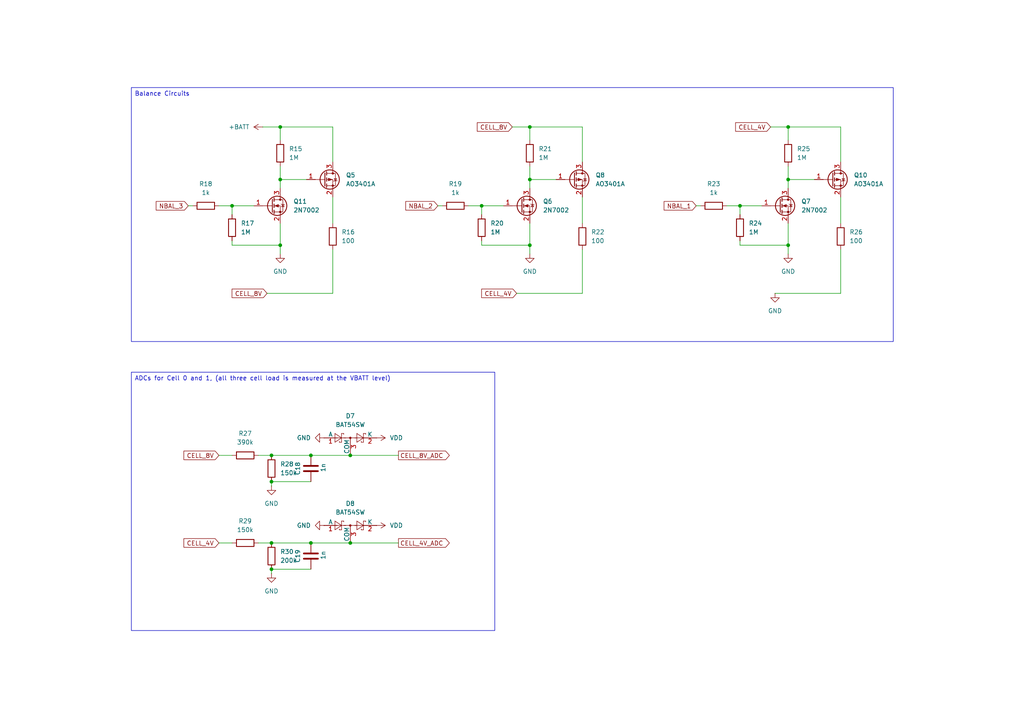
<source format=kicad_sch>
(kicad_sch (version 20231120) (generator "eeschema") (generator_version "8.0")
  (paper "A4")
  (lib_symbols
    (symbol "Device:C" (pin_numbers hide) (pin_names (offset 0.254))
      (property "Reference" "C" (at 0.635 2.54 0))
      (property "Value" "C" (at 0.635 -2.54 0))
      (symbol "C_0_1"
        (polyline (pts (xy -2.032 -0.762) (xy 2.032 -0.762)) (stroke (width 0.508)))
        (polyline (pts (xy -2.032 0.762) (xy 2.032 0.762)) (stroke (width 0.508)))
      )
      (symbol "C_1_1"
        (pin passive line (at 0 3.81 270) (length 2.794) (name "~") (number "1"))
        (pin passive line (at 0 -3.81 90) (length 2.794) (name "~") (number "2"))
      )
    )
    (symbol "Device:R" (pin_numbers hide) (pin_names (offset 0))
      (property "Reference" "R" (at 2.032 0 90))
      (property "Value" "R" (at 0 0 90))
      (symbol "R_0_1"
        (rectangle (start -1.016 -2.54) (end 1.016 2.54) (stroke (width 0.254)))
      )
      (symbol "R_1_1"
        (pin passive line (at 0 3.81 270) (length 1.27) (name "~") (number "1"))
        (pin passive line (at 0 -3.81 90) (length 1.27) (name "~") (number "2"))
      )
    )
    (symbol "Diode:BAT54SW" (pin_names (offset 0))
      (property "Reference" "D" (at 0.635 -3.81 0))
      (property "Value" "BAT54SW" (at -6.35 3.175 0))
      (symbol "BAT54SW_0_1"
        (polyline (pts (xy -3.81 0) (xy -1.27 0)))
        (polyline (pts (xy -3.175 -1.27) (xy -3.175 -1.016)))
        (polyline (pts (xy -2.54 -1.27) (xy -3.175 -1.27)))
        (polyline (pts (xy -2.54 -1.27) (xy -2.54 1.27)))
        (polyline (pts (xy -2.54 1.27) (xy -1.905 1.27)))
        (polyline (pts (xy -1.905 0) (xy 1.905 0)))
        (polyline (pts (xy -1.905 1.27) (xy -1.905 1.016)))
        (polyline (pts (xy 1.27 0) (xy 3.81 0)))
        (polyline (pts (xy 3.175 -1.27) (xy 3.175 -1.016)))
        (polyline (pts (xy 3.81 -1.27) (xy 3.175 -1.27)))
        (polyline (pts (xy 3.81 -1.27) (xy 3.81 1.27)))
        (polyline (pts (xy 3.81 1.27) (xy 4.445 1.27)))
        (polyline (pts (xy 4.445 1.27) (xy 4.445 1.016)))
        (polyline (pts (xy -4.445 1.27) (xy -4.445 -1.27) (xy -2.54 0) (xy -4.445 1.27)))
        (polyline (pts (xy 1.905 1.27) (xy 1.905 -1.27) (xy 3.81 0) (xy 1.905 1.27)))
        (circle (center 0 0) (radius 0.254) (fill (type outline)))
      )
      (symbol "BAT54SW_1_1"
        (pin passive line (at -7.62 0 0) (length 3.81) (name "A") (number "1"))
        (pin passive line (at 7.62 0 180) (length 3.81) (name "K") (number "2"))
        (pin passive line (at 0 -5.08 90) (length 5.08) (name "COM") (number "3"))
      )
    )
    (symbol "Transistor_FET:2N7002" (pin_names hide)
      (property "Reference" "Q" (at 5.08 1.905 0))
      (property "Value" "2N7002" (at 5.08 0 0))
      (symbol "2N7002_0_1"
        (polyline (pts (xy 0.254 0) (xy -2.54 0)))
        (polyline (pts (xy 0.254 1.905) (xy 0.254 -1.905)) (stroke (width 0.254)))
        (polyline (pts (xy 0.762 -1.27) (xy 0.762 -2.286)) (stroke (width 0.254)))
        (polyline (pts (xy 0.762 0.508) (xy 0.762 -0.508)) (stroke (width 0.254)))
        (polyline (pts (xy 0.762 2.286) (xy 0.762 1.27)) (stroke (width 0.254)))
        (polyline (pts (xy 2.54 2.54) (xy 2.54 1.778)))
        (polyline (pts (xy 2.54 -2.54) (xy 2.54 0) (xy 0.762 0)))
        (polyline (pts (xy 0.762 -1.778) (xy 3.302 -1.778) (xy 3.302 1.778) (xy 0.762 1.778)))
        (polyline (pts (xy 1.016 0) (xy 2.032 0.381) (xy 2.032 -0.381) (xy 1.016 0)) (fill (type outline)))
        (polyline (pts (xy 2.794 0.508) (xy 2.921 0.381) (xy 3.683 0.381) (xy 3.81 0.254)))
        (polyline (pts (xy 3.302 0.381) (xy 2.921 -0.254) (xy 3.683 -0.254) (xy 3.302 0.381)))
        (circle (center 1.651 0) (radius 2.794) (stroke (width 0.254)))
        (circle (center 2.54 -1.778) (radius 0.254) (fill (type outline)))
        (circle (center 2.54 1.778) (radius 0.254) (fill (type outline)))
      )
      (symbol "2N7002_1_1"
        (pin input line (at -5.08 0 0) (length 2.54) (name "G") (number "1"))
        (pin passive line (at 2.54 -5.08 90) (length 2.54) (name "S") (number "2"))
        (pin passive line (at 2.54 5.08 270) (length 2.54) (name "D") (number "3"))
      )
    )
    (symbol "Transistor_FET:AO3401A" (pin_names hide)
      (property "Reference" "Q" (at 5.08 1.905 0))
      (property "Value" "AO3401A" (at 5.08 0 0))
      (symbol "AO3401A_0_1"
        (polyline (pts (xy 0.254 0) (xy -2.54 0)))
        (polyline (pts (xy 0.254 1.905) (xy 0.254 -1.905)) (stroke (width 0.254)))
        (polyline (pts (xy 0.762 -1.27) (xy 0.762 -2.286)) (stroke (width 0.254)))
        (polyline (pts (xy 0.762 0.508) (xy 0.762 -0.508)) (stroke (width 0.254)))
        (polyline (pts (xy 0.762 2.286) (xy 0.762 1.27)) (stroke (width 0.254)))
        (polyline (pts (xy 2.54 2.54) (xy 2.54 1.778)))
        (polyline (pts (xy 2.54 -2.54) (xy 2.54 0) (xy 0.762 0)))
        (polyline (pts (xy 0.762 1.778) (xy 3.302 1.778) (xy 3.302 -1.778) (xy 0.762 -1.778)))
        (polyline (pts (xy 2.286 0) (xy 1.27 0.381) (xy 1.27 -0.381) (xy 2.286 0)) (fill (type outline)))
        (polyline (pts (xy 2.794 -0.508) (xy 2.921 -0.381) (xy 3.683 -0.381) (xy 3.81 -0.254)))
        (polyline (pts (xy 3.302 -0.381) (xy 2.921 0.254) (xy 3.683 0.254) (xy 3.302 -0.381)))
        (circle (center 1.651 0) (radius 2.794) (stroke (width 0.254)))
        (circle (center 2.54 -1.778) (radius 0.254) (fill (type outline)))
        (circle (center 2.54 1.778) (radius 0.254) (fill (type outline)))
      )
      (symbol "AO3401A_1_1"
        (pin input line (at -5.08 0 0) (length 2.54) (name "G") (number "1"))
        (pin passive line (at 2.54 -5.08 90) (length 2.54) (name "S") (number "2"))
        (pin passive line (at 2.54 5.08 270) (length 2.54) (name "D") (number "3"))
      )
    )
    (symbol "power:+BATT" (power) (pin_numbers hide) (pin_names (offset 0) hide)
      (property "Value" "+BATT" (at 0 3.556 0))
      (symbol "+BATT_0_1"
        (polyline (pts (xy -0.762 1.27) (xy 0 2.54)))
        (polyline (pts (xy 0 0) (xy 0 2.54)))
        (polyline (pts (xy 0 2.54) (xy 0.762 1.27)))
      )
      (symbol "+BATT_1_1"
        (pin power_in line (at 0 0 90) (length 0) (name "~") (number "1"))
      )
    )
    (symbol "power:GND" (power) (pin_numbers hide) (pin_names (offset 0) hide)
      (property "Value" "GND" (at 0 -3.81 0))
      (symbol "GND_0_1"
        (polyline (pts (xy 0 0) (xy 0 -1.27) (xy 1.27 -1.27) (xy 0 -2.54) (xy -1.27 -1.27) (xy 0 -1.27)))
      )
      (symbol "GND_1_1"
        (pin power_in line (at 0 0 270) (length 0) (name "~") (number "1"))
      )
    )
    (symbol "power:VDD" (power) (pin_numbers hide) (pin_names (offset 0) hide)
      (property "Value" "VDD" (at 0 3.556 0))
      (symbol "VDD_0_1"
        (polyline (pts (xy -0.762 1.27) (xy 0 2.54)))
        (polyline (pts (xy 0 0) (xy 0 2.54)))
        (polyline (pts (xy 0 2.54) (xy 0.762 1.27)))
      )
      (symbol "VDD_1_1"
        (pin power_in line (at 0 0 90) (length 0) (name "~") (number "1"))
      )
    )
  )
  (junction (at 228.6 71.12))
  (junction (at 90.17 132.08))
  (junction (at 78.74 132.08))
  (junction (at 101.6 132.08))
  (junction (at 153.67 52.07))
  (junction (at 78.74 165.1))
  (junction (at 153.67 71.12))
  (junction (at 101.6 157.48))
  (junction (at 81.28 52.07))
  (junction (at 81.28 71.12))
  (junction (at 153.67 36.83))
  (junction (at 139.7 59.69))
  (junction (at 67.31 59.69))
  (junction (at 228.6 52.07))
  (junction (at 228.6 36.83))
  (junction (at 78.74 139.7))
  (junction (at 78.74 157.48))
  (junction (at 81.28 36.83))
  (junction (at 90.17 157.48))
  (junction (at 214.63 59.69))
  (wire (pts (xy 77.47 85.09) (xy 96.52 85.09)))
  (wire (pts (xy 96.52 64.77) (xy 96.52 57.15)))
  (wire (pts (xy 67.31 62.23) (xy 67.31 59.69)))
  (wire (pts (xy 243.84 64.77) (xy 243.84 57.15)))
  (wire (pts (xy 78.74 165.1) (xy 90.17 165.1)))
  (wire (pts (xy 214.63 62.23) (xy 214.63 59.69)))
  (wire (pts (xy 228.6 52.07) (xy 236.22 52.07)))
  (wire (pts (xy 153.67 52.07) (xy 153.67 54.61)))
  (wire (pts (xy 81.28 52.07) (xy 81.28 54.61)))
  (wire (pts (xy 168.91 64.77) (xy 168.91 57.15)))
  (wire (pts (xy 223.52 36.83) (xy 228.6 36.83)))
  (wire (pts (xy 81.28 71.12) (xy 81.28 73.66)))
  (wire (pts (xy 67.31 157.48) (xy 63.5 157.48)))
  (wire (pts (xy 139.7 71.12) (xy 153.67 71.12)))
  (wire (pts (xy 243.84 46.99) (xy 243.84 36.83)))
  (wire (pts (xy 96.52 36.83) (xy 81.28 36.83)))
  (wire (pts (xy 153.67 36.83) (xy 153.67 40.64)))
  (wire (pts (xy 153.67 48.26) (xy 153.67 52.07)))
  (wire (pts (xy 90.17 132.08) (xy 101.6 132.08)))
  (wire (pts (xy 168.91 72.39) (xy 168.91 85.09)))
  (wire (pts (xy 168.91 46.99) (xy 168.91 36.83)))
  (wire (pts (xy 67.31 59.69) (xy 73.66 59.69)))
  (wire (pts (xy 96.52 72.39) (xy 96.52 85.09)))
  (wire (pts (xy 243.84 72.39) (xy 243.84 85.09)))
  (wire (pts (xy 153.67 52.07) (xy 161.29 52.07)))
  (wire (pts (xy 243.84 36.83) (xy 228.6 36.83)))
  (wire (pts (xy 139.7 71.12) (xy 139.7 69.85)))
  (wire (pts (xy 139.7 59.69) (xy 146.05 59.69)))
  (wire (pts (xy 96.52 46.99) (xy 96.52 36.83)))
  (wire (pts (xy 228.6 36.83) (xy 228.6 40.64)))
  (wire (pts (xy 78.74 139.7) (xy 90.17 139.7)))
  (wire (pts (xy 78.74 132.08) (xy 74.93 132.08)))
  (wire (pts (xy 153.67 64.77) (xy 153.67 71.12)))
  (wire (pts (xy 78.74 157.48) (xy 90.17 157.48)))
  (wire (pts (xy 228.6 52.07) (xy 228.6 54.61)))
  (wire (pts (xy 67.31 71.12) (xy 67.31 69.85)))
  (wire (pts (xy 128.27 59.69) (xy 127 59.69)))
  (wire (pts (xy 67.31 132.08) (xy 63.5 132.08)))
  (wire (pts (xy 81.28 36.83) (xy 81.28 40.64)))
  (wire (pts (xy 203.2 59.69) (xy 201.93 59.69)))
  (wire (pts (xy 139.7 62.23) (xy 139.7 59.69)))
  (wire (pts (xy 81.28 52.07) (xy 88.9 52.07)))
  (wire (pts (xy 214.63 71.12) (xy 228.6 71.12)))
  (wire (pts (xy 210.82 59.69) (xy 214.63 59.69)))
  (wire (pts (xy 90.17 157.48) (xy 101.6 157.48)))
  (wire (pts (xy 78.74 140.97) (xy 78.74 139.7)))
  (wire (pts (xy 78.74 132.08) (xy 90.17 132.08)))
  (wire (pts (xy 148.59 36.83) (xy 153.67 36.83)))
  (wire (pts (xy 228.6 48.26) (xy 228.6 52.07)))
  (wire (pts (xy 76.2 36.83) (xy 81.28 36.83)))
  (wire (pts (xy 55.88 59.69) (xy 54.61 59.69)))
  (wire (pts (xy 78.74 157.48) (xy 74.93 157.48)))
  (wire (pts (xy 101.6 157.48) (xy 115.57 157.48)))
  (wire (pts (xy 67.31 71.12) (xy 81.28 71.12)))
  (wire (pts (xy 81.28 64.77) (xy 81.28 71.12)))
  (wire (pts (xy 63.5 59.69) (xy 67.31 59.69)))
  (wire (pts (xy 214.63 71.12) (xy 214.63 69.85)))
  (wire (pts (xy 78.74 166.37) (xy 78.74 165.1)))
  (wire (pts (xy 135.89 59.69) (xy 139.7 59.69)))
  (wire (pts (xy 228.6 64.77) (xy 228.6 71.12)))
  (wire (pts (xy 101.6 132.08) (xy 115.57 132.08)))
  (wire (pts (xy 149.86 85.09) (xy 168.91 85.09)))
  (wire (pts (xy 81.28 48.26) (xy 81.28 52.07)))
  (wire (pts (xy 224.79 85.09) (xy 243.84 85.09)))
  (wire (pts (xy 153.67 71.12) (xy 153.67 73.66)))
  (wire (pts (xy 168.91 36.83) (xy 153.67 36.83)))
  (wire (pts (xy 228.6 71.12) (xy 228.6 73.66)))
  (wire (pts (xy 214.63 59.69) (xy 220.98 59.69)))
  (text_box "ADCs for Cell 0 and 1, (all three cell load is measured at the VBATT level)\n" (at 38.1 107.95 0) (size 105.41 74.93) (effects (font (size 1.27 1.27)) (justify left top)))
  (text_box "Balance Circuits" (at 38.1 25.4 0) (size 220.98 73.66) (effects (font (size 1.27 1.27)) (justify left top)))
  (global_label "CELL_4V" (shape input) (at 149.86 85.09 180) (property "Intersheetrefs" "${INTERSHEET_REFS}" (effects (hide yes))))
  (global_label "NBAL_3" (shape input) (at 54.61 59.69 180) (property "Intersheetrefs" "${INTERSHEET_REFS}" (effects (hide yes))))
  (global_label "NBAL_1" (shape input) (at 201.93 59.69 180) (property "Intersheetrefs" "${INTERSHEET_REFS}" (effects (hide yes))))
  (global_label "CELL_4V" (shape input) (at 223.52 36.83 180) (property "Intersheetrefs" "${INTERSHEET_REFS}" (effects (hide yes))))
  (global_label "CELL_4V" (shape input) (at 63.5 157.48 180) (property "Intersheetrefs" "${INTERSHEET_REFS}" (effects (hide yes))))
  (global_label "CELL_8V" (shape input) (at 77.47 85.09 180) (property "Intersheetrefs" "${INTERSHEET_REFS}" (effects (hide yes))))
  (global_label "CELL_4V_ADC" (shape output) (at 115.57 157.48 0) (property "Intersheetrefs" "${INTERSHEET_REFS}" (effects (hide yes))))
  (global_label "NBAL_2" (shape input) (at 127 59.69 180) (property "Intersheetrefs" "${INTERSHEET_REFS}" (effects (hide yes))))
  (global_label "CELL_8V" (shape input) (at 148.59 36.83 180) (property "Intersheetrefs" "${INTERSHEET_REFS}" (effects (hide yes))))
  (global_label "CELL_8V" (shape input) (at 63.5 132.08 180) (property "Intersheetrefs" "${INTERSHEET_REFS}" (effects (hide yes))))
  (global_label "CELL_8V_ADC" (shape output) (at 115.57 132.08 0) (property "Intersheetrefs" "${INTERSHEET_REFS}" (effects (hide yes))))
  (symbol (lib_id "Diode:BAT54SW") (at 101.6 127 0) (unit 1)
    (property "Reference" "D7" (at 101.6 120.65 0))
    (property "Value" "BAT54SW" (at 101.6 123.19 0))
    (property "Footprint" "Package_TO_SOT_SMD:SOT-323_SC-70" (effects (hide yes)))
    (property "Datasheet" "https://assets.nexperia.com/documents/data-sheet/BAT54W_SER.pdf" (effects (hide yes)))
    (property "Description" "Vr 30V, If 200mA, Dual schottky barrier diode, in series, SOT-323" (effects (hide yes)))
    (property "LCSC_Code" "C78606" (effects (hide yes)))
  )
  (symbol (lib_id "power:+BATT") (at 76.2 36.83 90) (unit 1)
    (property "Reference" "#PWR056" (effects (hide yes)))
    (property "Value" "+BATT" (at 72.39 36.8299 90) (effects (justify left)))
    (property "Description" "Power symbol creates a global label with name \"+BATT\"" (effects (hide yes)))
  )
  (symbol (lib_id "Device:R") (at 67.31 66.04 0) (unit 1)
    (property "Reference" "R17" (at 69.85 64.7699 0) (effects (justify left)))
    (property "Value" "1M" (at 69.85 67.3099 0) (effects (justify left)))
    (property "Footprint" "Resistor_SMD:R_0603_1608Metric" (effects (hide yes)))
    (property "Description" "Resistor" (effects (hide yes)))
    (property "LCSC_Code" "C22935" (effects (hide yes)))
  )
  (symbol (lib_id "Transistor_FET:2N7002") (at 151.13 59.69 0) (unit 1)
    (property "Reference" "Q6" (at 157.48 58.4199 0) (effects (justify left)))
    (property "Value" "2N7002" (at 157.48 60.9599 0) (effects (justify left)))
    (property "Footprint" "Package_TO_SOT_SMD:SOT-323_SC-70" (effects (hide yes)))
    (property "Datasheet" "https://www.onsemi.com/pub/Collateral/NDS7002A-D.PDF" (effects (hide yes)))
    (property "Description" "0.115A Id, 60V Vds, N-Channel MOSFET, SOT-23" (effects (hide yes)))
    (property "LCSC_Code" "C5224210" (effects (hide yes)))
  )
  (symbol (lib_id "Device:R") (at 78.74 135.89 180) (unit 1)
    (property "Reference" "R28" (at 81.28 134.6199 0) (effects (justify right)))
    (property "Value" "150k" (at 81.28 137.1599 0) (effects (justify right)))
    (property "Footprint" "Resistor_SMD:R_0603_1608Metric" (effects (hide yes)))
    (property "Description" "Resistor" (effects (hide yes)))
    (property "LCSC_Code" "C22807" (effects (hide yes)))
  )
  (symbol (lib_id "Device:R") (at 214.63 66.04 0) (unit 1)
    (property "Reference" "R24" (at 217.17 64.7699 0) (effects (justify left)))
    (property "Value" "1M" (at 217.17 67.3099 0) (effects (justify left)))
    (property "Footprint" "Resistor_SMD:R_0603_1608Metric" (effects (hide yes)))
    (property "Description" "Resistor" (effects (hide yes)))
    (property "LCSC_Code" "C22935" (effects (hide yes)))
  )
  (symbol (lib_id "Device:R") (at 207.01 59.69 90) (unit 1)
    (property "Reference" "R23" (at 207.01 53.34 90))
    (property "Value" "1k" (at 207.01 55.88 90))
    (property "Footprint" "Resistor_SMD:R_0603_1608Metric" (effects (hide yes)))
    (property "Description" "Resistor" (effects (hide yes)))
    (property "LCSC_Code" "C21190" (effects (hide yes)))
  )
  (symbol (lib_id "power:VDD") (at 109.22 127 270) (unit 1)
    (property "Reference" "#PWR053" (effects (hide yes)))
    (property "Value" "VDD" (at 113.03 126.9999 90) (effects (justify left)))
    (property "Description" "Power symbol creates a global label with name \"VDD\"" (effects (hide yes)))
  )
  (symbol (lib_id "Device:C") (at 90.17 161.29 0) (unit 1)
    (property "Reference" "C19" (at 86.36 161.29 90))
    (property "Value" "1n" (at 93.726 161.036 90))
    (property "Footprint" "Capacitor_SMD:C_0603_1608Metric" (effects (hide yes)))
    (property "Description" "Unpolarized capacitor" (effects (hide yes)))
    (property "LCSC_Code" "C1588" (effects (hide yes)))
  )
  (symbol (lib_id "Device:R") (at 71.12 132.08 90) (unit 1)
    (property "Reference" "R27" (at 71.12 125.73 90))
    (property "Value" "390k" (at 71.12 128.27 90))
    (property "Footprint" "Resistor_SMD:R_0603_1608Metric" (effects (hide yes)))
    (property "Description" "Resistor" (effects (hide yes)))
    (property "LCSC_Code" "C23150" (effects (hide yes)))
  )
  (symbol (lib_id "Transistor_FET:2N7002") (at 78.74 59.69 0) (unit 1)
    (property "Reference" "Q11" (at 85.09 58.4199 0) (effects (justify left)))
    (property "Value" "2N7002" (at 85.09 60.9599 0) (effects (justify left)))
    (property "Footprint" "Package_TO_SOT_SMD:SOT-323_SC-70" (effects (hide yes)))
    (property "Datasheet" "https://www.onsemi.com/pub/Collateral/NDS7002A-D.PDF" (effects (hide yes)))
    (property "Description" "0.115A Id, 60V Vds, N-Channel MOSFET, SOT-23" (effects (hide yes)))
    (property "LCSC_Code" "C5224210" (effects (hide yes)))
  )
  (symbol (lib_id "Device:R") (at 78.74 161.29 180) (unit 1)
    (property "Reference" "R30" (at 81.28 160.0199 0) (effects (justify right)))
    (property "Value" "200k" (at 81.28 162.5599 0) (effects (justify right)))
    (property "Footprint" "Resistor_SMD:R_0603_1608Metric" (effects (hide yes)))
    (property "Description" "Resistor" (effects (hide yes)))
    (property "LCSC_Code" "C25811" (effects (hide yes)))
  )
  (symbol (lib_id "Device:R") (at 139.7 66.04 0) (unit 1)
    (property "Reference" "R20" (at 142.24 64.7699 0) (effects (justify left)))
    (property "Value" "1M" (at 142.24 67.3099 0) (effects (justify left)))
    (property "Footprint" "Resistor_SMD:R_0603_1608Metric" (effects (hide yes)))
    (property "Description" "Resistor" (effects (hide yes)))
    (property "LCSC_Code" "C22935" (effects (hide yes)))
  )
  (symbol (lib_id "Device:C") (at 90.17 135.89 0) (unit 1)
    (property "Reference" "C18" (at 86.36 135.89 90))
    (property "Value" "1n" (at 93.726 135.636 90))
    (property "Footprint" "Capacitor_SMD:C_0603_1608Metric" (effects (hide yes)))
    (property "Description" "Unpolarized capacitor" (effects (hide yes)))
    (property "LCSC_Code" "C1588" (effects (hide yes)))
  )
  (symbol (lib_id "Device:R") (at 153.67 44.45 0) (unit 1)
    (property "Reference" "R21" (at 156.21 43.1799 0) (effects (justify left)))
    (property "Value" "1M" (at 156.21 45.7199 0) (effects (justify left)))
    (property "Footprint" "Resistor_SMD:R_0603_1608Metric" (effects (hide yes)))
    (property "Description" "Resistor" (effects (hide yes)))
    (property "LCSC_Code" "C22935" (effects (hide yes)))
  )
  (symbol (lib_id "power:GND") (at 93.98 152.4 270) (unit 1)
    (property "Reference" "#PWR054" (effects (hide yes)))
    (property "Value" "GND" (at 90.17 152.3999 90) (effects (justify right)))
    (property "Description" "Power symbol creates a global label with name \"GND\" , ground" (effects (hide yes)))
  )
  (symbol (lib_id "power:GND") (at 224.79 85.09 0) (unit 1)
    (property "Reference" "#PWR049" (effects (hide yes)))
    (property "Value" "GND" (at 224.79 90.17 0))
    (property "Description" "Power symbol creates a global label with name \"GND\" , ground" (effects (hide yes)))
  )
  (symbol (lib_id "Transistor_FET:2N7002") (at 226.06 59.69 0) (unit 1)
    (property "Reference" "Q7" (at 232.41 58.4199 0) (effects (justify left)))
    (property "Value" "2N7002" (at 232.41 60.9599 0) (effects (justify left)))
    (property "Footprint" "Package_TO_SOT_SMD:SOT-323_SC-70" (effects (hide yes)))
    (property "Datasheet" "https://www.onsemi.com/pub/Collateral/NDS7002A-D.PDF" (effects (hide yes)))
    (property "Description" "0.115A Id, 60V Vds, N-Channel MOSFET, SOT-23" (effects (hide yes)))
    (property "LCSC_Code" "C5224210" (effects (hide yes)))
  )
  (symbol (lib_id "Device:R") (at 243.84 68.58 0) (unit 1)
    (property "Reference" "R26" (at 246.38 67.3099 0) (effects (justify left)))
    (property "Value" "100" (at 246.38 69.8499 0) (effects (justify left)))
    (property "Footprint" "Resistor_SMD:R_0805_2012Metric" (effects (hide yes)))
    (property "Description" "Resistor" (effects (hide yes)))
    (property "LCSC_Code" "C17408" (effects (hide yes)))
  )
  (symbol (lib_id "power:GND") (at 228.6 73.66 0) (unit 1)
    (property "Reference" "#PWR048" (effects (hide yes)))
    (property "Value" "GND" (at 228.6 78.74 0))
    (property "Description" "Power symbol creates a global label with name \"GND\" , ground" (effects (hide yes)))
  )
  (symbol (lib_id "Diode:BAT54SW") (at 101.6 152.4 0) (unit 1)
    (property "Reference" "D8" (at 101.6 146.05 0))
    (property "Value" "BAT54SW" (at 101.6 148.59 0))
    (property "Footprint" "Package_TO_SOT_SMD:SOT-323_SC-70" (effects (hide yes)))
    (property "Datasheet" "https://assets.nexperia.com/documents/data-sheet/BAT54W_SER.pdf" (effects (hide yes)))
    (property "Description" "Vr 30V, If 200mA, Dual schottky barrier diode, in series, SOT-323" (effects (hide yes)))
    (property "LCSC_Code" "C78606" (effects (hide yes)))
  )
  (symbol (lib_id "Device:R") (at 81.28 44.45 0) (unit 1)
    (property "Reference" "R15" (at 83.82 43.1799 0) (effects (justify left)))
    (property "Value" "1M" (at 83.82 45.7199 0) (effects (justify left)))
    (property "Footprint" "Resistor_SMD:R_0603_1608Metric" (effects (hide yes)))
    (property "Description" "Resistor" (effects (hide yes)))
    (property "LCSC_Code" "C22935" (effects (hide yes)))
  )
  (symbol (lib_id "power:GND") (at 78.74 140.97 0) (unit 1)
    (property "Reference" "#PWR051" (effects (hide yes)))
    (property "Value" "GND" (at 78.74 146.05 0))
    (property "Description" "Power symbol creates a global label with name \"GND\" , ground" (effects (hide yes)))
  )
  (symbol (lib_id "power:GND") (at 93.98 127 270) (unit 1)
    (property "Reference" "#PWR052" (effects (hide yes)))
    (property "Value" "GND" (at 90.17 126.9999 90) (effects (justify right)))
    (property "Description" "Power symbol creates a global label with name \"GND\" , ground" (effects (hide yes)))
  )
  (symbol (lib_id "Device:R") (at 132.08 59.69 90) (unit 1)
    (property "Reference" "R19" (at 132.08 53.34 90))
    (property "Value" "1k" (at 132.08 55.88 90))
    (property "Footprint" "Resistor_SMD:R_0603_1608Metric" (effects (hide yes)))
    (property "Description" "Resistor" (effects (hide yes)))
    (property "LCSC_Code" "C21190" (effects (hide yes)))
  )
  (symbol (lib_id "Device:R") (at 59.69 59.69 90) (unit 1)
    (property "Reference" "R18" (at 59.69 53.34 90))
    (property "Value" "1k" (at 59.69 55.88 90))
    (property "Footprint" "Resistor_SMD:R_0603_1608Metric" (effects (hide yes)))
    (property "Description" "Resistor" (effects (hide yes)))
    (property "LCSC_Code" "C21190" (effects (hide yes)))
  )
  (symbol (lib_id "Device:R") (at 168.91 68.58 0) (unit 1)
    (property "Reference" "R22" (at 171.45 67.3099 0) (effects (justify left)))
    (property "Value" "100" (at 171.45 69.8499 0) (effects (justify left)))
    (property "Footprint" "Resistor_SMD:R_0805_2012Metric" (effects (hide yes)))
    (property "Description" "Resistor" (effects (hide yes)))
    (property "LCSC_Code" "C17408" (effects (hide yes)))
  )
  (symbol (lib_id "Transistor_FET:AO3401A") (at 93.98 52.07 0) (unit 1)
    (property "Reference" "Q5" (at 100.33 50.7999 0) (effects (justify left)))
    (property "Value" "AO3401A" (at 100.33 53.3399 0) (effects (justify left)))
    (property "Footprint" "Package_TO_SOT_SMD:SOT-23" (effects (hide yes)))
    (property "Datasheet" "http://www.aosmd.com/pdfs/datasheet/AO3401A.pdf" (effects (hide yes)))
    (property "Description" "-4.0A Id, -30V Vds, P-Channel MOSFET, SOT-23" (effects (hide yes)))
    (property "LCSC_Code" "C15127" (effects (hide yes)))
  )
  (symbol (lib_id "Device:R") (at 96.52 68.58 0) (unit 1)
    (property "Reference" "R16" (at 99.06 67.3099 0) (effects (justify left)))
    (property "Value" "100" (at 99.06 69.8499 0) (effects (justify left)))
    (property "Footprint" "Resistor_SMD:R_0805_2012Metric" (effects (hide yes)))
    (property "Description" "Resistor" (effects (hide yes)))
    (property "LCSC_Code" "C17408" (effects (hide yes)))
  )
  (symbol (lib_id "Transistor_FET:AO3401A") (at 166.37 52.07 0) (unit 1)
    (property "Reference" "Q8" (at 172.72 50.7999 0) (effects (justify left)))
    (property "Value" "AO3401A" (at 172.72 53.3399 0) (effects (justify left)))
    (property "Footprint" "Package_TO_SOT_SMD:SOT-23" (effects (hide yes)))
    (property "Datasheet" "http://www.aosmd.com/pdfs/datasheet/AO3401A.pdf" (effects (hide yes)))
    (property "Description" "-4.0A Id, -30V Vds, P-Channel MOSFET, SOT-23" (effects (hide yes)))
    (property "LCSC_Code" "C15127" (effects (hide yes)))
  )
  (symbol (lib_id "power:GND") (at 81.28 73.66 0) (unit 1)
    (property "Reference" "#PWR046" (effects (hide yes)))
    (property "Value" "GND" (at 81.28 78.74 0))
    (property "Description" "Power symbol creates a global label with name \"GND\" , ground" (effects (hide yes)))
  )
  (symbol (lib_id "Transistor_FET:AO3401A") (at 241.3 52.07 0) (unit 1)
    (property "Reference" "Q10" (at 247.65 50.7999 0) (effects (justify left)))
    (property "Value" "AO3401A" (at 247.65 53.3399 0) (effects (justify left)))
    (property "Footprint" "Package_TO_SOT_SMD:SOT-23" (effects (hide yes)))
    (property "Datasheet" "http://www.aosmd.com/pdfs/datasheet/AO3401A.pdf" (effects (hide yes)))
    (property "Description" "-4.0A Id, -30V Vds, P-Channel MOSFET, SOT-23" (effects (hide yes)))
    (property "LCSC_Code" "C15127" (effects (hide yes)))
  )
  (symbol (lib_id "power:GND") (at 153.67 73.66 0) (unit 1)
    (property "Reference" "#PWR047" (effects (hide yes)))
    (property "Value" "GND" (at 153.67 78.74 0))
    (property "Description" "Power symbol creates a global label with name \"GND\" , ground" (effects (hide yes)))
  )
  (symbol (lib_id "Device:R") (at 71.12 157.48 90) (unit 1)
    (property "Reference" "R29" (at 71.12 151.13 90))
    (property "Value" "150k" (at 71.12 153.67 90))
    (property "Footprint" "Resistor_SMD:R_0603_1608Metric" (effects (hide yes)))
    (property "Description" "Resistor" (effects (hide yes)))
    (property "LCSC_Code" "C22807" (effects (hide yes)))
  )
  (symbol (lib_id "power:GND") (at 78.74 166.37 0) (unit 1)
    (property "Reference" "#PWR050" (effects (hide yes)))
    (property "Value" "GND" (at 78.74 171.45 0))
    (property "Description" "Power symbol creates a global label with name \"GND\" , ground" (effects (hide yes)))
  )
  (symbol (lib_id "Device:R") (at 228.6 44.45 0) (unit 1)
    (property "Reference" "R25" (at 231.14 43.1799 0) (effects (justify left)))
    (property "Value" "1M" (at 231.14 45.7199 0) (effects (justify left)))
    (property "Footprint" "Resistor_SMD:R_0603_1608Metric" (effects (hide yes)))
    (property "Description" "Resistor" (effects (hide yes)))
    (property "LCSC_Code" "C22935" (effects (hide yes)))
  )
  (symbol (lib_id "power:VDD") (at 109.22 152.4 270) (unit 1)
    (property "Reference" "#PWR055" (effects (hide yes)))
    (property "Value" "VDD" (at 113.03 152.3999 90) (effects (justify left)))
    (property "Description" "Power symbol creates a global label with name \"VDD\"" (effects (hide yes)))
  )
)
</source>
